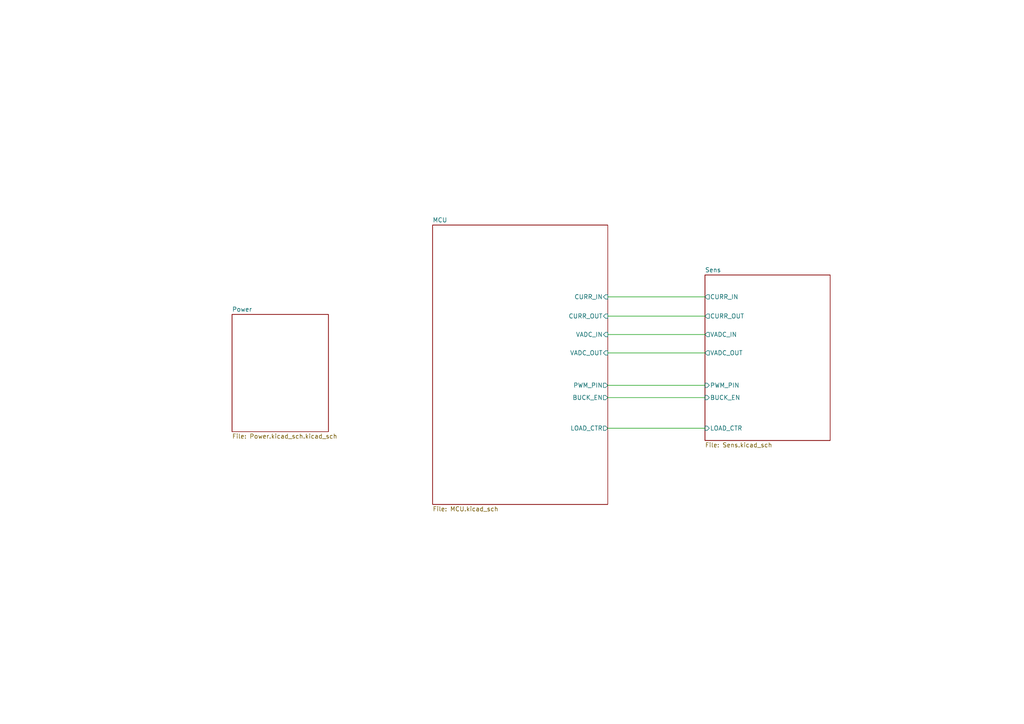
<source format=kicad_sch>
(kicad_sch (version 20230121) (generator eeschema)
  (paper "A4")
  (lib_symbols)
  (wire (pts (xy 176.276 91.694) (xy 204.47 91.694)))
  (wire (pts (xy 176.276 115.316) (xy 204.47 115.316)))
  (wire (pts (xy 176.276 86.106) (xy 204.47 86.106)))
  (wire (pts (xy 176.276 111.76) (xy 204.47 111.76)))
  (wire (pts (xy 176.276 124.206) (xy 204.47 124.206)))
  (wire (pts (xy 176.276 97.028) (xy 204.47 97.028)))
  (wire (pts (xy 176.276 102.362) (xy 204.47 102.362)))
  (sheet (at 204.47 79.756) (size 36.322 48.006) (stroke (width 0.1524))
    (property "Sheetname" "Sens" (at 204.47 79.0444 0) (effects (justify left bottom)))
    (property "Sheetfile" "Sens.kicad_sch" (at 204.47 128.3466 0) (effects (justify left top)))
    (pin "CURR_IN" output (at 204.47 86.106 180))
    (pin "CURR_OUT" output (at 204.47 91.694 180))
    (pin "VADC_IN" output (at 204.47 97.028 180))
    (pin "PWM_PIN" input (at 204.47 111.76 180))
    (pin "BUCK_EN" input (at 204.47 115.316 180))
    (pin "LOAD_CTR" input (at 204.47 124.206 180))
    (pin "VADC_OUT" output (at 204.47 102.362 180))
  )
  (sheet (at 67.31 91.186) (size 27.94 34.036) (stroke (width 0.1524))
    (property "Sheetname" "Power" (at 67.31 90.4744 0) (effects (justify left bottom)))
    (property "Sheetfile" "Power.kicad_sch.kicad_sch" (at 67.31 125.8066 0) (effects (justify left top)))
  )
  (sheet (at 125.476 65.278) (size 50.8 81.026) (stroke (width 0.1524))
    (property "Sheetname" "MCU" (at 125.476 64.5664 0) (effects (justify left bottom)))
    (property "Sheetfile" "MCU.kicad_sch" (at 125.476 146.8886 0) (effects (justify left top)))
    (pin "VADC_OUT" input (at 176.276 102.362 0))
    (pin "CURR_OUT" input (at 176.276 91.694 0))
    (pin "PWM_PIN" output (at 176.276 111.76 0))
    (pin "BUCK_EN" output (at 176.276 115.316 0))
    (pin "CURR_IN" input (at 176.276 86.106 0))
    (pin "VADC_IN" input (at 176.276 97.028 0))
    (pin "LOAD_CTR" output (at 176.276 124.206 0))
  )
)
</source>
